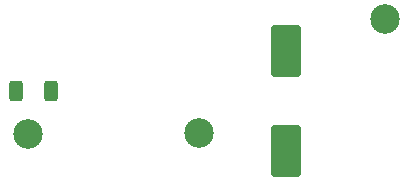
<source format=gbr>
%TF.GenerationSoftware,KiCad,Pcbnew,9.0.3*%
%TF.CreationDate,2025-07-31T16:26:09+05:30*%
%TF.ProjectId,new_ledMatrix,6e65775f-6c65-4644-9d61-747269782e6b,rev?*%
%TF.SameCoordinates,Original*%
%TF.FileFunction,Soldermask,Bot*%
%TF.FilePolarity,Negative*%
%FSLAX46Y46*%
G04 Gerber Fmt 4.6, Leading zero omitted, Abs format (unit mm)*
G04 Created by KiCad (PCBNEW 9.0.3) date 2025-07-31 16:26:09*
%MOMM*%
%LPD*%
G01*
G04 APERTURE LIST*
G04 Aperture macros list*
%AMRoundRect*
0 Rectangle with rounded corners*
0 $1 Rounding radius*
0 $2 $3 $4 $5 $6 $7 $8 $9 X,Y pos of 4 corners*
0 Add a 4 corners polygon primitive as box body*
4,1,4,$2,$3,$4,$5,$6,$7,$8,$9,$2,$3,0*
0 Add four circle primitives for the rounded corners*
1,1,$1+$1,$2,$3*
1,1,$1+$1,$4,$5*
1,1,$1+$1,$6,$7*
1,1,$1+$1,$8,$9*
0 Add four rect primitives between the rounded corners*
20,1,$1+$1,$2,$3,$4,$5,0*
20,1,$1+$1,$4,$5,$6,$7,0*
20,1,$1+$1,$6,$7,$8,$9,0*
20,1,$1+$1,$8,$9,$2,$3,0*%
G04 Aperture macros list end*
%ADD10C,2.500000*%
%ADD11RoundRect,0.250000X1.000000X-1.950000X1.000000X1.950000X-1.000000X1.950000X-1.000000X-1.950000X0*%
%ADD12RoundRect,0.250000X-0.312500X-0.625000X0.312500X-0.625000X0.312500X0.625000X-0.312500X0.625000X0*%
G04 APERTURE END LIST*
D10*
%TO.C,TP1*%
X125750000Y-71700000D03*
%TD*%
%TO.C,TP3*%
X111250000Y-71800000D03*
%TD*%
%TO.C,TP2*%
X141500000Y-62050000D03*
%TD*%
D11*
%TO.C,C1*%
X133090000Y-73172500D03*
X133090000Y-64772500D03*
%TD*%
D12*
%TO.C,R1*%
X110287500Y-68100000D03*
X113212500Y-68100000D03*
%TD*%
M02*

</source>
